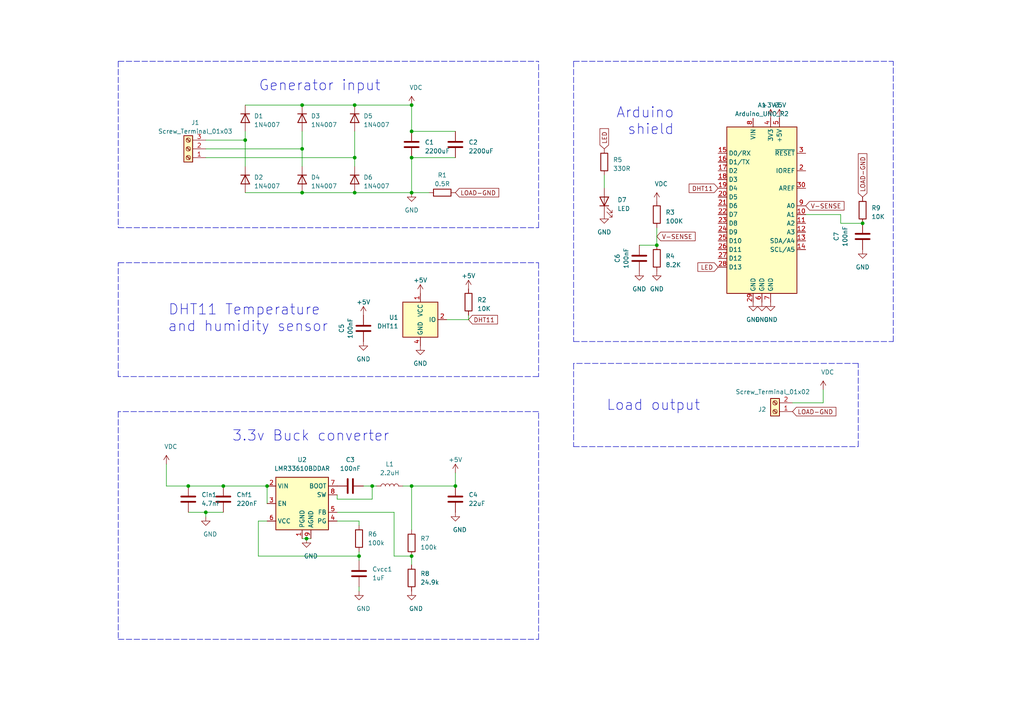
<source format=kicad_sch>
(kicad_sch (version 20210406) (generator eeschema)
  (paper "A4")
  (lib_symbols
    (symbol "Connector:Screw_Terminal_01x02" (pin_names (offset 1.016) hide)
      (property "Reference" "J" (at 0 2.54 0))
      (property "Value" "Screw_Terminal_01x02" (at 0 -5.08 0))
      (symbol "Screw_Terminal_01x02_1_1"
        (circle (center 0 -2.54) (radius 0.635) (stroke (width 0.1524)))
        (circle (center 0 0) (radius 0.635) (stroke (width 0.1524)))
        (rectangle (start -1.27 1.27) (end 1.27 -3.81) (stroke (width 0.254)) (fill (type background)))
        (polyline (pts (xy -0.5334 -2.2098) (xy 0.3302 -3.048)) (stroke (width 0.1524)))
        (polyline (pts (xy -0.5334 0.3302) (xy 0.3302 -0.508)) (stroke (width 0.1524)))
        (polyline (pts (xy -0.3556 -2.032) (xy 0.508 -2.8702)) (stroke (width 0.1524)))
        (polyline (pts (xy -0.3556 0.508) (xy 0.508 -0.3302)) (stroke (width 0.1524)))
        (pin passive line (at -5.08 0 0) (length 3.81) (name "Pin_1") (number "1"))
        (pin passive line (at -5.08 -2.54 0) (length 3.81) (name "Pin_2") (number "2"))
      )
    )
    (symbol "Connector:Screw_Terminal_01x03" (pin_names (offset 1.016) hide)
      (property "Reference" "J" (at 0 5.08 0))
      (property "Value" "Screw_Terminal_01x03" (at 0 -5.08 0))
      (symbol "Screw_Terminal_01x03_1_1"
        (circle (center 0 -2.54) (radius 0.635) (stroke (width 0.1524)))
        (circle (center 0 0) (radius 0.635) (stroke (width 0.1524)))
        (circle (center 0 2.54) (radius 0.635) (stroke (width 0.1524)))
        (rectangle (start -1.27 3.81) (end 1.27 -3.81) (stroke (width 0.254)) (fill (type background)))
        (polyline (pts (xy -0.5334 -2.2098) (xy 0.3302 -3.048)) (stroke (width 0.1524)))
        (polyline (pts (xy -0.5334 0.3302) (xy 0.3302 -0.508)) (stroke (width 0.1524)))
        (polyline (pts (xy -0.5334 2.8702) (xy 0.3302 2.032)) (stroke (width 0.1524)))
        (polyline (pts (xy -0.3556 -2.032) (xy 0.508 -2.8702)) (stroke (width 0.1524)))
        (polyline (pts (xy -0.3556 0.508) (xy 0.508 -0.3302)) (stroke (width 0.1524)))
        (polyline (pts (xy -0.3556 3.048) (xy 0.508 2.2098)) (stroke (width 0.1524)))
        (pin passive line (at -5.08 2.54 0) (length 3.81) (name "Pin_1") (number "1"))
        (pin passive line (at -5.08 0 0) (length 3.81) (name "Pin_2") (number "2"))
        (pin passive line (at -5.08 -2.54 0) (length 3.81) (name "Pin_3") (number "3"))
      )
    )
    (symbol "Device:C" (pin_numbers hide) (pin_names (offset 0.254))
      (property "Reference" "C" (at 0.635 2.54 0))
      (property "Value" "C" (at 0.635 -2.54 0))
      (symbol "C_0_1"
        (polyline (pts (xy -2.032 -0.762) (xy 2.032 -0.762)) (stroke (width 0.508)))
        (polyline (pts (xy -2.032 0.762) (xy 2.032 0.762)) (stroke (width 0.508)))
      )
      (symbol "C_1_1"
        (pin passive line (at 0 3.81 270) (length 2.794) (name "~") (number "1"))
        (pin passive line (at 0 -3.81 90) (length 2.794) (name "~") (number "2"))
      )
    )
    (symbol "Device:L" (pin_numbers hide) (pin_names (offset 1.016) hide)
      (property "Reference" "L" (at -1.27 0 90))
      (property "Value" "L" (at 1.905 0 90))
      (symbol "L_0_1"
        (arc (start 0 -2.54) (end 0 -1.27) (radius (at 0 -1.905) (length 0.635) (angles -89.9 89.9)))
        (arc (start 0 -1.27) (end 0 0) (radius (at 0 -0.635) (length 0.635) (angles -89.9 89.9)))
        (arc (start 0 0) (end 0 1.27) (radius (at 0 0.635) (length 0.635) (angles -89.9 89.9)))
        (arc (start 0 1.27) (end 0 2.54) (radius (at 0 1.905) (length 0.635) (angles -89.9 89.9)))
      )
      (symbol "L_1_1"
        (pin passive line (at 0 3.81 270) (length 1.27) (name "1") (number "1"))
        (pin passive line (at 0 -3.81 90) (length 1.27) (name "2") (number "2"))
      )
    )
    (symbol "Device:LED" (pin_numbers hide) (pin_names (offset 1.016) hide)
      (property "Reference" "D" (at 0 2.54 0))
      (property "Value" "LED" (at 0 -2.54 0))
      (symbol "LED_0_1"
        (polyline (pts (xy -1.27 -1.27) (xy -1.27 1.27)) (stroke (width 0.254)))
        (polyline (pts (xy -1.27 0) (xy 1.27 0)))
        (polyline (pts (xy 1.27 -1.27) (xy 1.27 1.27) (xy -1.27 0) (xy 1.27 -1.27)) (stroke (width 0.254)))
        (polyline (pts (xy -3.048 -0.762) (xy -4.572 -2.286) (xy -3.81 -2.286) (xy -4.572 -2.286) (xy -4.572 -1.524)))
        (polyline (pts (xy -1.778 -0.762) (xy -3.302 -2.286) (xy -2.54 -2.286) (xy -3.302 -2.286) (xy -3.302 -1.524)))
      )
      (symbol "LED_1_1"
        (pin passive line (at -3.81 0 0) (length 2.54) (name "K") (number "1"))
        (pin passive line (at 3.81 0 180) (length 2.54) (name "A") (number "2"))
      )
    )
    (symbol "Device:R" (pin_numbers hide) (pin_names (offset 0))
      (property "Reference" "R" (at 2.032 0 90))
      (property "Value" "R" (at 0 0 90))
      (symbol "R_0_1"
        (rectangle (start -1.016 -2.54) (end 1.016 2.54) (stroke (width 0.254)))
      )
      (symbol "R_1_1"
        (pin passive line (at 0 3.81 270) (length 1.27) (name "~") (number "1"))
        (pin passive line (at 0 -3.81 90) (length 1.27) (name "~") (number "2"))
      )
    )
    (symbol "Diode:1N4007" (pin_numbers hide) (pin_names (offset 1.016) hide)
      (property "Reference" "D" (at 0 2.54 0))
      (property "Value" "1N4007" (at 0 -2.54 0))
      (symbol "1N4007_0_1"
        (polyline (pts (xy -1.27 1.27) (xy -1.27 -1.27)) (stroke (width 0.254)))
        (polyline (pts (xy 1.27 0) (xy -1.27 0)))
        (polyline (pts (xy 1.27 1.27) (xy 1.27 -1.27) (xy -1.27 0) (xy 1.27 1.27)) (stroke (width 0.254)))
      )
      (symbol "1N4007_1_1"
        (pin passive line (at -3.81 0 0) (length 2.54) (name "K") (number "1"))
        (pin passive line (at 3.81 0 180) (length 2.54) (name "A") (number "2"))
      )
    )
    (symbol "MCU_Module:Arduino_UNO_R2"
      (property "Reference" "A" (at -10.16 23.495 0))
      (property "Value" "Arduino_UNO_R2" (at 5.08 -26.67 0))
      (symbol "Arduino_UNO_R2_0_1"
        (rectangle (start -10.16 22.86) (end 10.16 -25.4) (stroke (width 0.254)) (fill (type background)))
      )
      (symbol "Arduino_UNO_R2_1_1"
        (pin no_connect line (at -10.16 -20.32 0) (length 2.54) hide (name "NC") (number "1"))
        (pin bidirectional line (at 12.7 -2.54 180) (length 2.54) (name "A1") (number "10"))
        (pin bidirectional line (at 12.7 -5.08 180) (length 2.54) (name "A2") (number "11"))
        (pin bidirectional line (at 12.7 -7.62 180) (length 2.54) (name "A3") (number "12"))
        (pin bidirectional line (at 12.7 -10.16 180) (length 2.54) (name "SDA/A4") (number "13"))
        (pin bidirectional line (at 12.7 -12.7 180) (length 2.54) (name "SCL/A5") (number "14"))
        (pin bidirectional line (at -12.7 15.24 0) (length 2.54) (name "D0/RX") (number "15"))
        (pin bidirectional line (at -12.7 12.7 0) (length 2.54) (name "D1/TX") (number "16"))
        (pin bidirectional line (at -12.7 10.16 0) (length 2.54) (name "D2") (number "17"))
        (pin bidirectional line (at -12.7 7.62 0) (length 2.54) (name "D3") (number "18"))
        (pin bidirectional line (at -12.7 5.08 0) (length 2.54) (name "D4") (number "19"))
        (pin output line (at 12.7 10.16 180) (length 2.54) (name "IOREF") (number "2"))
        (pin bidirectional line (at -12.7 2.54 0) (length 2.54) (name "D5") (number "20"))
        (pin bidirectional line (at -12.7 0 0) (length 2.54) (name "D6") (number "21"))
        (pin bidirectional line (at -12.7 -2.54 0) (length 2.54) (name "D7") (number "22"))
        (pin bidirectional line (at -12.7 -5.08 0) (length 2.54) (name "D8") (number "23"))
        (pin bidirectional line (at -12.7 -7.62 0) (length 2.54) (name "D9") (number "24"))
        (pin bidirectional line (at -12.7 -10.16 0) (length 2.54) (name "D10") (number "25"))
        (pin bidirectional line (at -12.7 -12.7 0) (length 2.54) (name "D11") (number "26"))
        (pin bidirectional line (at -12.7 -15.24 0) (length 2.54) (name "D12") (number "27"))
        (pin bidirectional line (at -12.7 -17.78 0) (length 2.54) (name "D13") (number "28"))
        (pin power_in line (at -2.54 -27.94 90) (length 2.54) (name "GND") (number "29"))
        (pin input line (at 12.7 15.24 180) (length 2.54) (name "~RESET") (number "3"))
        (pin input line (at 12.7 5.08 180) (length 2.54) (name "AREF") (number "30"))
        (pin power_out line (at 2.54 25.4 270) (length 2.54) (name "3V3") (number "4"))
        (pin power_out line (at 5.08 25.4 270) (length 2.54) (name "+5V") (number "5"))
        (pin power_in line (at 0 -27.94 90) (length 2.54) (name "GND") (number "6"))
        (pin power_in line (at 2.54 -27.94 90) (length 2.54) (name "GND") (number "7"))
        (pin power_in line (at -2.54 25.4 270) (length 2.54) (name "VIN") (number "8"))
        (pin bidirectional line (at 12.7 0 180) (length 2.54) (name "A0") (number "9"))
      )
    )
    (symbol "Regulator_Switching:LMR33610BDDAR"
      (property "Reference" "U" (at 0 11.43 0))
      (property "Value" "LMR33610BDDAR" (at 0 8.89 0))
      (symbol "LMR33610BDDAR_0_1"
        (rectangle (start -7.62 7.62) (end 7.62 -7.62) (stroke (width 0.254)) (fill (type background)))
      )
      (symbol "LMR33610BDDAR_1_1"
        (pin power_in line (at 0 -10.16 90) (length 2.54) (name "PGND") (number "1"))
        (pin power_in line (at -10.16 5.08 0) (length 2.54) (name "VIN") (number "2"))
        (pin input line (at -10.16 0 0) (length 2.54) (name "EN") (number "3"))
        (pin open_collector line (at 10.16 -5.08 180) (length 2.54) (name "PG") (number "4"))
        (pin input line (at 10.16 -2.54 180) (length 2.54) (name "FB") (number "5"))
        (pin power_out line (at -10.16 -5.08 0) (length 2.54) (name "VCC") (number "6"))
        (pin input line (at 10.16 5.08 180) (length 2.54) (name "BOOT") (number "7"))
        (pin output line (at 10.16 2.54 180) (length 2.54) (name "SW") (number "8"))
        (pin power_in line (at 2.54 -10.16 90) (length 2.54) (name "AGND") (number "9"))
      )
    )
    (symbol "Sensor:DHT11"
      (property "Reference" "U" (at -3.81 6.35 0))
      (property "Value" "DHT11" (at 3.81 6.35 0))
      (symbol "DHT11_0_1"
        (rectangle (start -5.08 5.08) (end 5.08 -5.08) (stroke (width 0.254)) (fill (type background)))
      )
      (symbol "DHT11_1_1"
        (pin power_in line (at 0 7.62 270) (length 2.54) (name "VCC") (number "1"))
        (pin bidirectional line (at 7.62 0 180) (length 2.54) (name "IO") (number "2"))
        (pin no_connect line (at -5.08 0 0) (length 2.54) hide (name "NC") (number "3"))
        (pin power_in line (at 0 -7.62 90) (length 2.54) (name "GND") (number "4"))
      )
    )
    (symbol "power:+3.3V" (power) (pin_names (offset 0))
      (property "Value" "+3.3V" (at 0 3.556 0))
      (symbol "+3.3V_0_1"
        (polyline (pts (xy -0.762 1.27) (xy 0 2.54)))
        (polyline (pts (xy 0 0) (xy 0 2.54)))
        (polyline (pts (xy 0 2.54) (xy 0.762 1.27)))
      )
      (symbol "+3.3V_1_1"
        (pin power_in line (at 0 0 90) (length 0) hide (name "+3V3") (number "1"))
      )
    )
    (symbol "power:+5V" (power) (pin_names (offset 0))
      (property "Value" "+5V" (at 0 3.556 0))
      (symbol "+5V_0_1"
        (polyline (pts (xy -0.762 1.27) (xy 0 2.54)))
        (polyline (pts (xy 0 0) (xy 0 2.54)))
        (polyline (pts (xy 0 2.54) (xy 0.762 1.27)))
      )
      (symbol "+5V_1_1"
        (pin power_in line (at 0 0 90) (length 0) hide (name "+5V") (number "1"))
      )
    )
    (symbol "power:GND" (power) (pin_names (offset 0))
      (property "Value" "GND" (at 0 -3.81 0))
      (symbol "GND_0_1"
        (polyline (pts (xy 0 0) (xy 0 -1.27) (xy 1.27 -1.27) (xy 0 -2.54) (xy -1.27 -1.27) (xy 0 -1.27)))
      )
      (symbol "GND_1_1"
        (pin power_in line (at 0 0 270) (length 0) hide (name "GND") (number "1"))
      )
    )
    (symbol "power:VDC" (power) (pin_names (offset 0))
      (property "Value" "VDC" (at 0 6.35 0))
      (symbol "VDC_0_1"
        (polyline (pts (xy -0.762 1.27) (xy 0 2.54)))
        (polyline (pts (xy 0 0) (xy 0 2.54)))
        (polyline (pts (xy 0 2.54) (xy 0.762 1.27)))
      )
      (symbol "VDC_1_1"
        (pin power_in line (at 0 0 90) (length 0) hide (name "VDC") (number "1"))
      )
    )
  )
  (junction (at 54.61 140.97) (diameter 0.9144))
  (junction (at 59.69 148.59) (diameter 0.9144))
  (junction (at 64.77 140.97) (diameter 0.9144))
  (junction (at 71.12 40.64) (diameter 0.9144))
  (junction (at 77.47 140.97) (diameter 0.9144))
  (junction (at 87.63 30.48) (diameter 0.9144))
  (junction (at 87.63 43.18) (diameter 0.9144))
  (junction (at 87.63 55.88) (diameter 0.9144))
  (junction (at 88.9 156.21) (diameter 0.9144))
  (junction (at 102.87 30.48) (diameter 0.9144))
  (junction (at 102.87 45.72) (diameter 0.9144))
  (junction (at 102.87 55.88) (diameter 0.9144))
  (junction (at 104.14 161.29) (diameter 0.9144))
  (junction (at 107.95 140.97) (diameter 0.9144))
  (junction (at 119.38 30.48) (diameter 0.9144))
  (junction (at 119.38 38.1) (diameter 0.9144))
  (junction (at 119.38 45.72) (diameter 0.9144))
  (junction (at 119.38 55.88) (diameter 0.9144))
  (junction (at 119.38 140.97) (diameter 0.9144))
  (junction (at 119.38 161.29) (diameter 0.9144))
  (junction (at 132.08 140.97) (diameter 0.9144))
  (junction (at 190.5 71.12) (diameter 0.9144))
  (junction (at 250.19 64.77) (diameter 0.9144))
  (wire (pts (xy 48.26 134.62) (xy 48.26 140.97)))
  (wire (pts (xy 48.26 140.97) (xy 54.61 140.97)))
  (wire (pts (xy 54.61 140.97) (xy 64.77 140.97)))
  (wire (pts (xy 54.61 148.59) (xy 59.69 148.59)))
  (wire (pts (xy 59.69 40.64) (xy 71.12 40.64)))
  (wire (pts (xy 59.69 43.18) (xy 87.63 43.18)))
  (wire (pts (xy 59.69 45.72) (xy 102.87 45.72)))
  (wire (pts (xy 59.69 148.59) (xy 59.69 149.86)))
  (wire (pts (xy 59.69 148.59) (xy 64.77 148.59)))
  (wire (pts (xy 64.77 140.97) (xy 77.47 140.97)))
  (wire (pts (xy 71.12 30.48) (xy 87.63 30.48)))
  (wire (pts (xy 71.12 38.1) (xy 71.12 40.64)))
  (wire (pts (xy 71.12 40.64) (xy 71.12 48.26)))
  (wire (pts (xy 71.12 55.88) (xy 87.63 55.88)))
  (wire (pts (xy 74.93 151.13) (xy 77.47 151.13)))
  (wire (pts (xy 74.93 161.29) (xy 74.93 151.13)))
  (wire (pts (xy 77.47 140.97) (xy 77.47 146.05)))
  (wire (pts (xy 87.63 30.48) (xy 102.87 30.48)))
  (wire (pts (xy 87.63 38.1) (xy 87.63 43.18)))
  (wire (pts (xy 87.63 43.18) (xy 87.63 48.26)))
  (wire (pts (xy 87.63 55.88) (xy 102.87 55.88)))
  (wire (pts (xy 87.63 156.21) (xy 88.9 156.21)))
  (wire (pts (xy 88.9 156.21) (xy 90.17 156.21)))
  (wire (pts (xy 97.79 143.51) (xy 97.79 144.78)))
  (wire (pts (xy 97.79 144.78) (xy 107.95 144.78)))
  (wire (pts (xy 102.87 38.1) (xy 102.87 45.72)))
  (wire (pts (xy 102.87 45.72) (xy 102.87 48.26)))
  (wire (pts (xy 104.14 151.13) (xy 97.79 151.13)))
  (wire (pts (xy 104.14 152.4) (xy 104.14 151.13)))
  (wire (pts (xy 104.14 160.02) (xy 104.14 161.29)))
  (wire (pts (xy 104.14 161.29) (xy 74.93 161.29)))
  (wire (pts (xy 104.14 161.29) (xy 104.14 162.56)))
  (wire (pts (xy 104.14 170.18) (xy 104.14 171.45)))
  (wire (pts (xy 105.41 140.97) (xy 107.95 140.97)))
  (wire (pts (xy 107.95 140.97) (xy 109.22 140.97)))
  (wire (pts (xy 107.95 144.78) (xy 107.95 140.97)))
  (wire (pts (xy 114.3 148.59) (xy 97.79 148.59)))
  (wire (pts (xy 114.3 161.29) (xy 114.3 148.59)))
  (wire (pts (xy 114.3 161.29) (xy 119.38 161.29)))
  (wire (pts (xy 116.84 140.97) (xy 119.38 140.97)))
  (wire (pts (xy 119.38 30.48) (xy 102.87 30.48)))
  (wire (pts (xy 119.38 38.1) (xy 119.38 30.48)))
  (wire (pts (xy 119.38 38.1) (xy 132.08 38.1)))
  (wire (pts (xy 119.38 45.72) (xy 119.38 55.88)))
  (wire (pts (xy 119.38 45.72) (xy 132.08 45.72)))
  (wire (pts (xy 119.38 55.88) (xy 102.87 55.88)))
  (wire (pts (xy 119.38 55.88) (xy 124.46 55.88)))
  (wire (pts (xy 119.38 140.97) (xy 119.38 153.67)))
  (wire (pts (xy 119.38 140.97) (xy 132.08 140.97)))
  (wire (pts (xy 119.38 161.29) (xy 119.38 163.83)))
  (wire (pts (xy 129.54 92.71) (xy 135.89 92.71)))
  (wire (pts (xy 132.08 137.16) (xy 132.08 140.97)))
  (wire (pts (xy 135.89 91.44) (xy 135.89 92.71)))
  (wire (pts (xy 175.26 50.8) (xy 175.26 54.61)))
  (wire (pts (xy 185.42 71.12) (xy 190.5 71.12)))
  (wire (pts (xy 190.5 66.04) (xy 190.5 71.12)))
  (wire (pts (xy 238.76 113.03) (xy 238.76 116.84)))
  (wire (pts (xy 238.76 116.84) (xy 229.87 116.84)))
  (wire (pts (xy 243.84 62.23) (xy 233.68 62.23)))
  (wire (pts (xy 243.84 64.77) (xy 243.84 62.23)))
  (wire (pts (xy 250.19 64.77) (xy 243.84 64.77)))
  (polyline (pts (xy 34.29 17.78) (xy 34.29 66.04)) (stroke (width 0) (type dash)))
  (polyline (pts (xy 34.29 17.78) (xy 156.21 17.78)) (stroke (width 0) (type dash)))
  (polyline (pts (xy 34.29 66.04) (xy 156.21 66.04)) (stroke (width 0) (type dash)))
  (polyline (pts (xy 34.29 76.2) (xy 156.21 76.2)) (stroke (width 0) (type dash)))
  (polyline (pts (xy 34.29 109.22) (xy 34.29 76.2)) (stroke (width 0) (type dash)))
  (polyline (pts (xy 34.29 119.38) (xy 34.29 185.42)) (stroke (width 0) (type dash)))
  (polyline (pts (xy 34.29 185.42) (xy 156.21 185.42)) (stroke (width 0) (type dash)))
  (polyline (pts (xy 156.21 66.04) (xy 156.21 17.78)) (stroke (width 0) (type dash)))
  (polyline (pts (xy 156.21 76.2) (xy 156.21 109.22)) (stroke (width 0) (type dash)))
  (polyline (pts (xy 156.21 109.22) (xy 34.29 109.22)) (stroke (width 0) (type dash)))
  (polyline (pts (xy 156.21 119.38) (xy 34.29 119.38)) (stroke (width 0) (type dash)))
  (polyline (pts (xy 156.21 185.42) (xy 156.21 119.38)) (stroke (width 0) (type dash)))
  (polyline (pts (xy 166.37 17.78) (xy 166.37 99.06)) (stroke (width 0) (type dash)))
  (polyline (pts (xy 166.37 17.78) (xy 259.08 17.78)) (stroke (width 0) (type dash)))
  (polyline (pts (xy 166.37 99.06) (xy 259.08 99.06)) (stroke (width 0) (type dash)))
  (polyline (pts (xy 166.37 105.41) (xy 166.37 129.54)) (stroke (width 0) (type dash)))
  (polyline (pts (xy 166.37 129.54) (xy 248.92 129.54)) (stroke (width 0) (type dash)))
  (polyline (pts (xy 248.92 105.41) (xy 166.37 105.41)) (stroke (width 0) (type dash)))
  (polyline (pts (xy 248.92 129.54) (xy 248.92 105.41)) (stroke (width 0) (type dash)))
  (polyline (pts (xy 259.08 99.06) (xy 259.08 17.78)) (stroke (width 0) (type dash)))
  (text "DHT11 Temperature \nand humidity sensor" (at 95.25 96.52 180) (effects (font (size 3 3)) (justify right bottom)))
  (text "Generator input" (at 110.49 26.67 180) (effects (font (size 3 3)) (justify right bottom)))
  (text "3.3v Buck converter" (at 113.03 128.27 180) (effects (font (size 3 3)) (justify right bottom)))
  (text "Arduino\nshield" (at 195.58 39.37 180) (effects (font (size 3 3)) (justify right bottom)))
  (text "Load output" (at 203.2 119.38 180) (effects (font (size 3 3)) (justify right bottom)))
  (global_label "LOAD-GND" (shape input) (at 132.08 55.88 0) (property "Intersheet References" "${INTERSHEET_REFS}" (effects hide)))
  (global_label "DHT11" (shape input) (at 135.89 92.71 0) (property "Intersheet References" "${INTERSHEET_REFS}" (effects hide)))
  (global_label "LED" (shape input) (at 175.26 43.18 90) (property "Intersheet References" "${INTERSHEET_REFS}" (effects hide)))
  (global_label "V-SENSE" (shape input) (at 190.5 68.58 0) (property "Intersheet References" "${INTERSHEET_REFS}" (effects hide)))
  (global_label "DHT11" (shape input) (at 208.28 54.61 180) (property "Intersheet References" "${INTERSHEET_REFS}" (effects hide)))
  (global_label "LED" (shape input) (at 208.28 77.47 180) (property "Intersheet References" "${INTERSHEET_REFS}" (effects hide)))
  (global_label "LOAD-GND" (shape input) (at 229.87 119.38 0) (property "Intersheet References" "${INTERSHEET_REFS}" (effects hide)))
  (global_label "V-SENSE" (shape input) (at 233.68 59.69 0) (property "Intersheet References" "${INTERSHEET_REFS}" (effects hide)))
  (global_label "LOAD-GND" (shape input) (at 250.19 57.15 90) (property "Intersheet References" "${INTERSHEET_REFS}" (effects hide)))
  (symbol (lib_id "power:VDC") (at 48.26 134.62 0) (unit 1)
    (property "Reference" "#PWR0116" (effects hide))
    (property "Value" "VDC" (at 49.53 129.54 0))
  )
  (symbol (lib_id "power:+5V") (at 105.41 91.44 0) (unit 1)
    (property "Reference" "#PWR01" (effects hide))
    (property "Value" "+5V" (at 105.41 87.63 0))
  )
  (symbol (lib_id "power:VDC") (at 119.38 30.48 0) (unit 1)
    (property "Reference" "#PWR0101" (effects hide))
    (property "Value" "VDC" (at 120.65 25.4 0))
  )
  (symbol (lib_id "power:+5V") (at 121.92 85.09 0) (unit 1)
    (property "Reference" "#PWR0115" (effects hide))
    (property "Value" "+5V" (at 121.92 81.28 0))
  )
  (symbol (lib_id "power:+5V") (at 132.08 137.16 0) (unit 1)
    (property "Reference" "#PWR0113" (effects hide))
    (property "Value" "+5V" (at 132.08 133.35 0))
  )
  (symbol (lib_id "power:+5V") (at 135.89 83.82 0) (unit 1)
    (property "Reference" "#PWR0114" (effects hide))
    (property "Value" "+5V" (at 135.89 80.01 0))
  )
  (symbol (lib_id "power:VDC") (at 190.5 58.42 0) (unit 1)
    (property "Reference" "#PWR0119" (effects hide))
    (property "Value" "VDC" (at 191.77 53.34 0))
  )
  (symbol (lib_id "power:+3.3V") (at 223.52 34.29 0) (unit 1)
    (property "Reference" "#PWR0109" (effects hide))
    (property "Value" "+3.3V" (at 223.52 30.48 0))
  )
  (symbol (lib_id "power:+5V") (at 226.06 34.29 0) (unit 1)
    (property "Reference" "#PWR0120" (effects hide))
    (property "Value" "+5V" (at 226.06 30.48 0))
  )
  (symbol (lib_id "power:VDC") (at 238.76 113.03 0) (unit 1)
    (property "Reference" "#PWR0121" (effects hide))
    (property "Value" "VDC" (at 240.03 107.95 0))
  )
  (symbol (lib_id "power:GND") (at 59.69 149.86 0) (unit 1)
    (property "Reference" "#PWR0118" (effects hide))
    (property "Value" "GND" (at 60.96 154.94 0))
  )
  (symbol (lib_id "power:GND") (at 88.9 156.21 0) (unit 1)
    (property "Reference" "#PWR0117" (effects hide))
    (property "Value" "GND" (at 90.17 161.29 0))
  )
  (symbol (lib_id "power:GND") (at 104.14 171.45 0) (unit 1)
    (property "Reference" "#PWR0103" (effects hide))
    (property "Value" "GND" (at 105.41 176.53 0))
  )
  (symbol (lib_id "power:GND") (at 105.41 99.06 0) (unit 1)
    (property "Reference" "#PWR02" (effects hide))
    (property "Value" "GND" (at 105.41 104.14 0))
  )
  (symbol (lib_id "power:GND") (at 119.38 55.88 0) (unit 1)
    (property "Reference" "#PWR0104" (effects hide))
    (property "Value" "GND" (at 119.38 60.96 0))
  )
  (symbol (lib_id "power:GND") (at 119.38 171.45 0) (unit 1)
    (property "Reference" "#PWR0111" (effects hide))
    (property "Value" "GND" (at 120.65 176.53 0))
  )
  (symbol (lib_id "power:GND") (at 121.92 100.33 0) (unit 1)
    (property "Reference" "#PWR0102" (effects hide))
    (property "Value" "GND" (at 121.92 105.41 0))
  )
  (symbol (lib_id "power:GND") (at 132.08 148.59 0) (unit 1)
    (property "Reference" "#PWR0112" (effects hide))
    (property "Value" "GND" (at 133.35 153.67 0))
  )
  (symbol (lib_id "power:GND") (at 175.26 62.23 0) (unit 1)
    (property "Reference" "#PWR0110" (effects hide))
    (property "Value" "GND" (at 175.26 67.31 0))
  )
  (symbol (lib_id "power:GND") (at 185.42 78.74 0) (unit 1)
    (property "Reference" "#PWR03" (effects hide))
    (property "Value" "GND" (at 185.42 83.82 0))
  )
  (symbol (lib_id "power:GND") (at 190.5 78.74 0) (unit 1)
    (property "Reference" "#PWR0108" (effects hide))
    (property "Value" "GND" (at 190.5 83.82 0))
  )
  (symbol (lib_id "power:GND") (at 218.44 87.63 0) (unit 1)
    (property "Reference" "#PWR0105" (effects hide))
    (property "Value" "GND" (at 218.44 92.71 0))
  )
  (symbol (lib_id "power:GND") (at 220.98 87.63 0) (unit 1)
    (property "Reference" "#PWR0107" (effects hide))
    (property "Value" "GND" (at 220.98 92.71 0))
  )
  (symbol (lib_id "power:GND") (at 223.52 87.63 0) (unit 1)
    (property "Reference" "#PWR0106" (effects hide))
    (property "Value" "GND" (at 223.52 92.71 0))
  )
  (symbol (lib_id "power:GND") (at 250.19 72.39 0) (unit 1)
    (property "Reference" "#PWR04" (effects hide))
    (property "Value" "GND" (at 250.19 77.47 0))
  )
  (symbol (lib_id "Device:L") (at 113.03 140.97 90) (unit 1)
    (property "Reference" "L1" (at 113.03 134.62 90))
    (property "Value" "2.2uH" (at 113.03 137.16 90))
    (property "Footprint" "Inductor_SMD:L_Taiyo-Yuden_NR-50xx_HandSoldering" (effects hide))
  )
  (symbol (lib_id "Device:R") (at 104.14 156.21 0) (unit 1)
    (property "Reference" "R6" (at 106.68 154.94 0) (effects (justify left)))
    (property "Value" "100k" (at 106.68 157.48 0) (effects (justify left)))
    (property "Footprint" "Resistor_SMD:R_0805_2012Metric_Pad1.20x1.40mm_HandSolder" (effects hide))
  )
  (symbol (lib_id "Device:R") (at 119.38 157.48 0) (unit 1)
    (property "Reference" "R7" (at 121.92 156.21 0) (effects (justify left)))
    (property "Value" "100k" (at 121.92 158.75 0) (effects (justify left)))
    (property "Footprint" "Resistor_SMD:R_0805_2012Metric_Pad1.20x1.40mm_HandSolder" (effects hide))
  )
  (symbol (lib_id "Device:R") (at 119.38 167.64 0) (unit 1)
    (property "Reference" "R8" (at 121.92 166.37 0) (effects (justify left)))
    (property "Value" "24.9k" (at 121.92 168.91 0) (effects (justify left)))
    (property "Footprint" "Resistor_SMD:R_0805_2012Metric_Pad1.20x1.40mm_HandSolder" (effects hide))
  )
  (symbol (lib_id "Device:R") (at 128.27 55.88 90) (unit 1)
    (property "Reference" "R1" (at 128.27 50.8 90))
    (property "Value" "0.5R" (at 128.27 53.34 90))
    (property "Footprint" "Resistor_THT:R_Axial_DIN0309_L9.0mm_D3.2mm_P12.70mm_Horizontal" (effects hide))
  )
  (symbol (lib_id "Device:R") (at 135.89 87.63 0) (unit 1)
    (property "Reference" "R2" (at 138.43 86.9949 0) (effects (justify left)))
    (property "Value" "10K" (at 138.43 89.5349 0) (effects (justify left)))
    (property "Footprint" "Resistor_SMD:R_0805_2012Metric_Pad1.20x1.40mm_HandSolder" (effects hide))
  )
  (symbol (lib_id "Device:R") (at 175.26 46.99 0) (unit 1)
    (property "Reference" "R5" (at 177.8 46.3549 0) (effects (justify left)))
    (property "Value" "330R" (at 177.8 48.8949 0) (effects (justify left)))
    (property "Footprint" "Resistor_SMD:R_0805_2012Metric_Pad1.20x1.40mm_HandSolder" (effects hide))
  )
  (symbol (lib_id "Device:R") (at 190.5 62.23 0) (unit 1)
    (property "Reference" "R3" (at 193.04 61.5949 0) (effects (justify left)))
    (property "Value" "100K" (at 193.04 64.1349 0) (effects (justify left)))
    (property "Footprint" "Resistor_SMD:R_0805_2012Metric_Pad1.20x1.40mm_HandSolder" (effects hide))
  )
  (symbol (lib_id "Device:R") (at 190.5 74.93 0) (unit 1)
    (property "Reference" "R4" (at 193.04 74.2949 0) (effects (justify left)))
    (property "Value" "8.2K" (at 193.04 76.8349 0) (effects (justify left)))
    (property "Footprint" "Resistor_SMD:R_0805_2012Metric_Pad1.20x1.40mm_HandSolder" (effects hide))
  )
  (symbol (lib_id "Device:R") (at 250.19 60.96 0) (unit 1)
    (property "Reference" "R9" (at 252.73 60.3249 0) (effects (justify left)))
    (property "Value" "10K" (at 252.73 62.8649 0) (effects (justify left)))
    (property "Footprint" "Resistor_SMD:R_0805_2012Metric_Pad1.20x1.40mm_HandSolder" (effects hide))
  )
  (symbol (lib_id "Diode:1N4007") (at 71.12 34.29 270) (unit 1)
    (property "Reference" "D1" (at 73.66 33.6549 90) (effects (justify left)))
    (property "Value" "1N4007" (at 73.66 36.1949 90) (effects (justify left)))
    (property "Footprint" "Diode_SMD:D_SMA" (effects hide))
    (property "Datasheet" "http://www.vishay.com/docs/88503/1n4001.pdf" (effects hide))
  )
  (symbol (lib_id "Diode:1N4007") (at 71.12 52.07 270) (unit 1)
    (property "Reference" "D2" (at 73.66 51.4349 90) (effects (justify left)))
    (property "Value" "1N4007" (at 73.66 53.9749 90) (effects (justify left)))
    (property "Footprint" "Diode_SMD:D_SMA" (effects hide))
    (property "Datasheet" "http://www.vishay.com/docs/88503/1n4001.pdf" (effects hide))
  )
  (symbol (lib_id "Diode:1N4007") (at 87.63 34.29 270) (unit 1)
    (property "Reference" "D3" (at 90.17 33.6549 90) (effects (justify left)))
    (property "Value" "1N4007" (at 90.17 36.1949 90) (effects (justify left)))
    (property "Footprint" "Diode_SMD:D_SMA" (effects hide))
    (property "Datasheet" "http://www.vishay.com/docs/88503/1n4001.pdf" (effects hide))
  )
  (symbol (lib_id "Diode:1N4007") (at 87.63 52.07 270) (unit 1)
    (property "Reference" "D4" (at 90.17 51.4349 90) (effects (justify left)))
    (property "Value" "1N4007" (at 90.17 53.9749 90) (effects (justify left)))
    (property "Footprint" "Diode_SMD:D_SMA" (effects hide))
    (property "Datasheet" "http://www.vishay.com/docs/88503/1n4001.pdf" (effects hide))
  )
  (symbol (lib_id "Diode:1N4007") (at 102.87 34.29 270) (unit 1)
    (property "Reference" "D5" (at 105.41 33.6549 90) (effects (justify left)))
    (property "Value" "1N4007" (at 105.41 36.1949 90) (effects (justify left)))
    (property "Footprint" "Diode_SMD:D_SMA" (effects hide))
    (property "Datasheet" "http://www.vishay.com/docs/88503/1n4001.pdf" (effects hide))
  )
  (symbol (lib_id "Diode:1N4007") (at 102.87 52.07 270) (unit 1)
    (property "Reference" "D6" (at 105.41 51.4349 90) (effects (justify left)))
    (property "Value" "1N4007" (at 105.41 53.9749 90) (effects (justify left)))
    (property "Footprint" "Diode_SMD:D_SMA" (effects hide))
    (property "Datasheet" "http://www.vishay.com/docs/88503/1n4001.pdf" (effects hide))
  )
  (symbol (lib_id "Device:LED") (at 175.26 58.42 90) (unit 1)
    (property "Reference" "D7" (at 179.07 57.9754 90) (effects (justify right)))
    (property "Value" "LED" (at 179.07 60.5154 90) (effects (justify right)))
    (property "Footprint" "LED_THT:LED_D3.0mm" (effects hide))
  )
  (symbol (lib_id "Connector:Screw_Terminal_01x02") (at 224.79 119.38 180) (unit 1)
    (property "Reference" "J2" (at 222.25 118.7451 0) (effects (justify left)))
    (property "Value" "Screw_Terminal_01x02" (at 234.95 113.6651 0) (effects (justify left)))
    (property "Footprint" "TerminalBlock:TerminalBlock_bornier-2_P5.08mm" (effects hide))
  )
  (symbol (lib_id "Device:C") (at 54.61 144.78 0) (unit 1)
    (property "Reference" "Cin1" (at 58.42 143.51 0) (effects (justify left)))
    (property "Value" "4.7nF" (at 58.42 146.05 0) (effects (justify left)))
    (property "Footprint" "Capacitor_SMD:C_0805_2012Metric_Pad1.18x1.45mm_HandSolder" (effects hide))
  )
  (symbol (lib_id "Device:C") (at 64.77 144.78 0) (unit 1)
    (property "Reference" "Chf1" (at 68.58 143.51 0) (effects (justify left)))
    (property "Value" "220nF" (at 68.58 146.05 0) (effects (justify left)))
    (property "Footprint" "Capacitor_SMD:C_0805_2012Metric_Pad1.18x1.45mm_HandSolder" (effects hide))
  )
  (symbol (lib_id "Device:C") (at 101.6 140.97 270) (unit 1)
    (property "Reference" "C3" (at 101.6 133.35 90))
    (property "Value" "100nF" (at 101.6 135.89 90))
    (property "Footprint" "Capacitor_SMD:C_0805_2012Metric_Pad1.18x1.45mm_HandSolder" (effects hide))
  )
  (symbol (lib_id "Device:C") (at 104.14 166.37 0) (unit 1)
    (property "Reference" "Cvcc1" (at 107.95 165.1 0) (effects (justify left)))
    (property "Value" "1uF" (at 107.95 167.64 0) (effects (justify left)))
    (property "Footprint" "Capacitor_SMD:C_0805_2012Metric_Pad1.18x1.45mm_HandSolder" (effects hide))
  )
  (symbol (lib_id "Device:C") (at 105.41 95.25 0) (unit 1)
    (property "Reference" "C5" (at 99.06 95.25 90))
    (property "Value" "100nF" (at 101.6 95.25 90))
    (property "Footprint" "Capacitor_SMD:C_0805_2012Metric_Pad1.18x1.45mm_HandSolder" (effects hide))
  )
  (symbol (lib_id "Device:C") (at 119.38 41.91 0) (unit 1)
    (property "Reference" "C1" (at 123.19 41.2749 0) (effects (justify left)))
    (property "Value" "2200uF" (at 123.19 43.8149 0) (effects (justify left)))
    (property "Footprint" "Capacitor_THT:CP_Radial_D16.0mm_P7.50mm" (effects hide))
  )
  (symbol (lib_id "Device:C") (at 132.08 41.91 0) (unit 1)
    (property "Reference" "C2" (at 135.89 41.2749 0) (effects (justify left)))
    (property "Value" "2200uF" (at 135.89 43.8149 0) (effects (justify left)))
    (property "Footprint" "Capacitor_THT:CP_Radial_D16.0mm_P7.50mm" (effects hide))
  )
  (symbol (lib_id "Device:C") (at 132.08 144.78 0) (unit 1)
    (property "Reference" "C4" (at 135.89 143.51 0) (effects (justify left)))
    (property "Value" "22uF" (at 135.89 146.05 0) (effects (justify left)))
    (property "Footprint" "Capacitor_SMD:CP_Elec_8x6.9" (effects hide))
  )
  (symbol (lib_id "Device:C") (at 185.42 74.93 0) (unit 1)
    (property "Reference" "C6" (at 179.07 74.93 90))
    (property "Value" "100nF" (at 181.61 74.93 90))
    (property "Footprint" "Capacitor_SMD:C_0805_2012Metric_Pad1.18x1.45mm_HandSolder" (effects hide))
  )
  (symbol (lib_id "Device:C") (at 250.19 68.58 0) (unit 1)
    (property "Reference" "C7" (at 242.57 68.58 90))
    (property "Value" "100nF" (at 245.11 68.58 90))
    (property "Footprint" "Capacitor_SMD:C_0805_2012Metric_Pad1.18x1.45mm_HandSolder" (effects hide))
  )
  (symbol (lib_id "Connector:Screw_Terminal_01x03") (at 54.61 43.18 180) (unit 1)
    (property "Reference" "J1" (at 56.642 35.56 0))
    (property "Value" "Screw_Terminal_01x03" (at 56.642 38.1 0))
    (property "Footprint" "TerminalBlock:TerminalBlock_bornier-3_P5.08mm" (effects hide))
  )
  (symbol (lib_id "Sensor:DHT11") (at 121.92 92.71 0) (unit 1)
    (property "Reference" "U1" (at 115.57 92.0749 0) (effects (justify right)))
    (property "Value" "DHT11" (at 115.57 94.6149 0) (effects (justify right)))
    (property "Footprint" "Sensor:Aosong_DHT11_5.5x12.0_P2.54mm" (effects hide))
    (property "Datasheet" "http://akizukidenshi.com/download/ds/aosong/DHT11.pdf" (effects hide))
  )
  (symbol (lib_id "Regulator_Switching:LMR33610BDDAR") (at 87.63 146.05 0) (unit 1)
    (property "Reference" "U2" (at 87.63 133.35 0))
    (property "Value" "LMR33610BDDAR" (at 87.63 135.89 0))
    (property "Footprint" "Package_SO:Texas_HSOP-8-1EP_3.9x4.9mm_P1.27mm_ThermalVias" (effects hide))
    (property "Datasheet" "http://www.ti.com/lit/ds/symlink/lmr33610.pdf" (effects hide))
  )
  (symbol (lib_id "MCU_Module:Arduino_UNO_R2") (at 220.98 59.69 0) (unit 1)
    (property "Reference" "A1" (at 220.98 30.48 0))
    (property "Value" "Arduino_UNO_R2" (at 220.98 33.02 0))
    (property "Footprint" "Module:Arduino_UNO_R2" (effects hide))
    (property "Datasheet" "https://www.arduino.cc/en/Main/arduinoBoardUno" (effects hide))
  )
)
</source>
